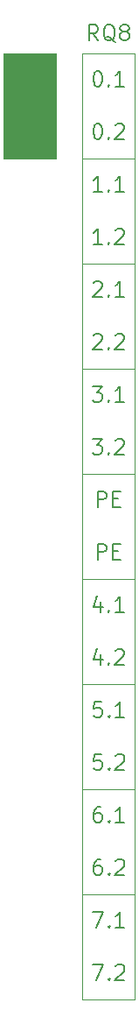
<source format=gbr>
%TF.GenerationSoftware,KiCad,Pcbnew,8.0.4-8.0.4-0~ubuntu22.04.1*%
%TF.CreationDate,2024-08-10T22:35:36+03:00*%
%TF.ProjectId,PM-RQ8-front,504d2d52-5138-42d6-9672-6f6e742e6b69,rev?*%
%TF.SameCoordinates,Original*%
%TF.FileFunction,Legend,Top*%
%TF.FilePolarity,Positive*%
%FSLAX46Y46*%
G04 Gerber Fmt 4.6, Leading zero omitted, Abs format (unit mm)*
G04 Created by KiCad (PCBNEW 8.0.4-8.0.4-0~ubuntu22.04.1) date 2024-08-10 22:35:36*
%MOMM*%
%LPD*%
G01*
G04 APERTURE LIST*
%ADD10C,0.100000*%
%ADD11C,0.200000*%
%ADD12O,1.700000X1.700000*%
%ADD13R,1.700000X1.700000*%
G04 APERTURE END LIST*
D10*
X68580000Y-54610000D02*
X73660000Y-54610000D01*
X68552762Y-64770000D02*
X73632762Y-64770000D01*
X68580000Y-105410000D02*
X73660000Y-105410000D01*
X60960000Y-54610000D02*
X66040000Y-54610000D01*
X66040000Y-64770000D01*
X60960000Y-64770000D01*
X60960000Y-54610000D01*
G36*
X60960000Y-54610000D02*
G01*
X66040000Y-54610000D01*
X66040000Y-64770000D01*
X60960000Y-64770000D01*
X60960000Y-54610000D01*
G37*
X68580000Y-135890000D02*
X73660000Y-135890000D01*
X68580000Y-115570000D02*
X73660000Y-115570000D01*
X68580000Y-146050000D02*
X73660000Y-146050000D01*
X68580000Y-85090000D02*
X73660000Y-85090000D01*
X68580000Y-95250000D02*
X73660000Y-95250000D01*
X68580000Y-125730000D02*
X73660000Y-125730000D01*
X68580000Y-54610000D02*
X68580000Y-146050000D01*
X68580000Y-74930000D02*
X73660000Y-74930000D01*
X73660000Y-146050000D02*
X73660000Y-54610000D01*
D11*
X70477143Y-67993528D02*
X69620000Y-67993528D01*
X70048571Y-67993528D02*
X70048571Y-66493528D01*
X70048571Y-66493528D02*
X69905714Y-66707814D01*
X69905714Y-66707814D02*
X69762857Y-66850671D01*
X69762857Y-66850671D02*
X69620000Y-66922100D01*
X71119999Y-67850671D02*
X71191428Y-67922100D01*
X71191428Y-67922100D02*
X71119999Y-67993528D01*
X71119999Y-67993528D02*
X71048571Y-67922100D01*
X71048571Y-67922100D02*
X71119999Y-67850671D01*
X71119999Y-67850671D02*
X71119999Y-67993528D01*
X72620000Y-67993528D02*
X71762857Y-67993528D01*
X72191428Y-67993528D02*
X72191428Y-66493528D01*
X72191428Y-66493528D02*
X72048571Y-66707814D01*
X72048571Y-66707814D02*
X71905714Y-66850671D01*
X71905714Y-66850671D02*
X71762857Y-66922100D01*
X70084285Y-53388528D02*
X69584285Y-52674242D01*
X69227142Y-53388528D02*
X69227142Y-51888528D01*
X69227142Y-51888528D02*
X69798571Y-51888528D01*
X69798571Y-51888528D02*
X69941428Y-51959957D01*
X69941428Y-51959957D02*
X70012857Y-52031385D01*
X70012857Y-52031385D02*
X70084285Y-52174242D01*
X70084285Y-52174242D02*
X70084285Y-52388528D01*
X70084285Y-52388528D02*
X70012857Y-52531385D01*
X70012857Y-52531385D02*
X69941428Y-52602814D01*
X69941428Y-52602814D02*
X69798571Y-52674242D01*
X69798571Y-52674242D02*
X69227142Y-52674242D01*
X71727142Y-53531385D02*
X71584285Y-53459957D01*
X71584285Y-53459957D02*
X71441428Y-53317100D01*
X71441428Y-53317100D02*
X71227142Y-53102814D01*
X71227142Y-53102814D02*
X71084285Y-53031385D01*
X71084285Y-53031385D02*
X70941428Y-53031385D01*
X71012857Y-53388528D02*
X70870000Y-53317100D01*
X70870000Y-53317100D02*
X70727142Y-53174242D01*
X70727142Y-53174242D02*
X70655714Y-52888528D01*
X70655714Y-52888528D02*
X70655714Y-52388528D01*
X70655714Y-52388528D02*
X70727142Y-52102814D01*
X70727142Y-52102814D02*
X70870000Y-51959957D01*
X70870000Y-51959957D02*
X71012857Y-51888528D01*
X71012857Y-51888528D02*
X71298571Y-51888528D01*
X71298571Y-51888528D02*
X71441428Y-51959957D01*
X71441428Y-51959957D02*
X71584285Y-52102814D01*
X71584285Y-52102814D02*
X71655714Y-52388528D01*
X71655714Y-52388528D02*
X71655714Y-52888528D01*
X71655714Y-52888528D02*
X71584285Y-53174242D01*
X71584285Y-53174242D02*
X71441428Y-53317100D01*
X71441428Y-53317100D02*
X71298571Y-53388528D01*
X71298571Y-53388528D02*
X71012857Y-53388528D01*
X72512857Y-52531385D02*
X72370000Y-52459957D01*
X72370000Y-52459957D02*
X72298571Y-52388528D01*
X72298571Y-52388528D02*
X72227143Y-52245671D01*
X72227143Y-52245671D02*
X72227143Y-52174242D01*
X72227143Y-52174242D02*
X72298571Y-52031385D01*
X72298571Y-52031385D02*
X72370000Y-51959957D01*
X72370000Y-51959957D02*
X72512857Y-51888528D01*
X72512857Y-51888528D02*
X72798571Y-51888528D01*
X72798571Y-51888528D02*
X72941429Y-51959957D01*
X72941429Y-51959957D02*
X73012857Y-52031385D01*
X73012857Y-52031385D02*
X73084286Y-52174242D01*
X73084286Y-52174242D02*
X73084286Y-52245671D01*
X73084286Y-52245671D02*
X73012857Y-52388528D01*
X73012857Y-52388528D02*
X72941429Y-52459957D01*
X72941429Y-52459957D02*
X72798571Y-52531385D01*
X72798571Y-52531385D02*
X72512857Y-52531385D01*
X72512857Y-52531385D02*
X72370000Y-52602814D01*
X72370000Y-52602814D02*
X72298571Y-52674242D01*
X72298571Y-52674242D02*
X72227143Y-52817100D01*
X72227143Y-52817100D02*
X72227143Y-53102814D01*
X72227143Y-53102814D02*
X72298571Y-53245671D01*
X72298571Y-53245671D02*
X72370000Y-53317100D01*
X72370000Y-53317100D02*
X72512857Y-53388528D01*
X72512857Y-53388528D02*
X72798571Y-53388528D01*
X72798571Y-53388528D02*
X72941429Y-53317100D01*
X72941429Y-53317100D02*
X73012857Y-53245671D01*
X73012857Y-53245671D02*
X73084286Y-53102814D01*
X73084286Y-53102814D02*
X73084286Y-52817100D01*
X73084286Y-52817100D02*
X73012857Y-52674242D01*
X73012857Y-52674242D02*
X72941429Y-52602814D01*
X72941429Y-52602814D02*
X72798571Y-52531385D01*
X69548571Y-86813528D02*
X70477143Y-86813528D01*
X70477143Y-86813528D02*
X69977143Y-87384957D01*
X69977143Y-87384957D02*
X70191428Y-87384957D01*
X70191428Y-87384957D02*
X70334286Y-87456385D01*
X70334286Y-87456385D02*
X70405714Y-87527814D01*
X70405714Y-87527814D02*
X70477143Y-87670671D01*
X70477143Y-87670671D02*
X70477143Y-88027814D01*
X70477143Y-88027814D02*
X70405714Y-88170671D01*
X70405714Y-88170671D02*
X70334286Y-88242100D01*
X70334286Y-88242100D02*
X70191428Y-88313528D01*
X70191428Y-88313528D02*
X69762857Y-88313528D01*
X69762857Y-88313528D02*
X69620000Y-88242100D01*
X69620000Y-88242100D02*
X69548571Y-88170671D01*
X71119999Y-88170671D02*
X71191428Y-88242100D01*
X71191428Y-88242100D02*
X71119999Y-88313528D01*
X71119999Y-88313528D02*
X71048571Y-88242100D01*
X71048571Y-88242100D02*
X71119999Y-88170671D01*
X71119999Y-88170671D02*
X71119999Y-88313528D01*
X72620000Y-88313528D02*
X71762857Y-88313528D01*
X72191428Y-88313528D02*
X72191428Y-86813528D01*
X72191428Y-86813528D02*
X72048571Y-87027814D01*
X72048571Y-87027814D02*
X71905714Y-87170671D01*
X71905714Y-87170671D02*
X71762857Y-87242100D01*
X69620000Y-81876385D02*
X69691428Y-81804957D01*
X69691428Y-81804957D02*
X69834286Y-81733528D01*
X69834286Y-81733528D02*
X70191428Y-81733528D01*
X70191428Y-81733528D02*
X70334286Y-81804957D01*
X70334286Y-81804957D02*
X70405714Y-81876385D01*
X70405714Y-81876385D02*
X70477143Y-82019242D01*
X70477143Y-82019242D02*
X70477143Y-82162100D01*
X70477143Y-82162100D02*
X70405714Y-82376385D01*
X70405714Y-82376385D02*
X69548571Y-83233528D01*
X69548571Y-83233528D02*
X70477143Y-83233528D01*
X71119999Y-83090671D02*
X71191428Y-83162100D01*
X71191428Y-83162100D02*
X71119999Y-83233528D01*
X71119999Y-83233528D02*
X71048571Y-83162100D01*
X71048571Y-83162100D02*
X71119999Y-83090671D01*
X71119999Y-83090671D02*
X71119999Y-83233528D01*
X71762857Y-81876385D02*
X71834285Y-81804957D01*
X71834285Y-81804957D02*
X71977143Y-81733528D01*
X71977143Y-81733528D02*
X72334285Y-81733528D01*
X72334285Y-81733528D02*
X72477143Y-81804957D01*
X72477143Y-81804957D02*
X72548571Y-81876385D01*
X72548571Y-81876385D02*
X72620000Y-82019242D01*
X72620000Y-82019242D02*
X72620000Y-82162100D01*
X72620000Y-82162100D02*
X72548571Y-82376385D01*
X72548571Y-82376385D02*
X71691428Y-83233528D01*
X71691428Y-83233528D02*
X72620000Y-83233528D01*
X69575809Y-137613528D02*
X70575809Y-137613528D01*
X70575809Y-137613528D02*
X69932952Y-139113528D01*
X71147237Y-138970671D02*
X71218666Y-139042100D01*
X71218666Y-139042100D02*
X71147237Y-139113528D01*
X71147237Y-139113528D02*
X71075809Y-139042100D01*
X71075809Y-139042100D02*
X71147237Y-138970671D01*
X71147237Y-138970671D02*
X71147237Y-139113528D01*
X72647238Y-139113528D02*
X71790095Y-139113528D01*
X72218666Y-139113528D02*
X72218666Y-137613528D01*
X72218666Y-137613528D02*
X72075809Y-137827814D01*
X72075809Y-137827814D02*
X71932952Y-137970671D01*
X71932952Y-137970671D02*
X71790095Y-138042100D01*
X70048571Y-98473528D02*
X70048571Y-96973528D01*
X70048571Y-96973528D02*
X70620000Y-96973528D01*
X70620000Y-96973528D02*
X70762857Y-97044957D01*
X70762857Y-97044957D02*
X70834286Y-97116385D01*
X70834286Y-97116385D02*
X70905714Y-97259242D01*
X70905714Y-97259242D02*
X70905714Y-97473528D01*
X70905714Y-97473528D02*
X70834286Y-97616385D01*
X70834286Y-97616385D02*
X70762857Y-97687814D01*
X70762857Y-97687814D02*
X70620000Y-97759242D01*
X70620000Y-97759242D02*
X70048571Y-97759242D01*
X71548571Y-97687814D02*
X72048571Y-97687814D01*
X72262857Y-98473528D02*
X71548571Y-98473528D01*
X71548571Y-98473528D02*
X71548571Y-96973528D01*
X71548571Y-96973528D02*
X72262857Y-96973528D01*
X70361524Y-127453528D02*
X70075809Y-127453528D01*
X70075809Y-127453528D02*
X69932952Y-127524957D01*
X69932952Y-127524957D02*
X69861524Y-127596385D01*
X69861524Y-127596385D02*
X69718666Y-127810671D01*
X69718666Y-127810671D02*
X69647238Y-128096385D01*
X69647238Y-128096385D02*
X69647238Y-128667814D01*
X69647238Y-128667814D02*
X69718666Y-128810671D01*
X69718666Y-128810671D02*
X69790095Y-128882100D01*
X69790095Y-128882100D02*
X69932952Y-128953528D01*
X69932952Y-128953528D02*
X70218666Y-128953528D01*
X70218666Y-128953528D02*
X70361524Y-128882100D01*
X70361524Y-128882100D02*
X70432952Y-128810671D01*
X70432952Y-128810671D02*
X70504381Y-128667814D01*
X70504381Y-128667814D02*
X70504381Y-128310671D01*
X70504381Y-128310671D02*
X70432952Y-128167814D01*
X70432952Y-128167814D02*
X70361524Y-128096385D01*
X70361524Y-128096385D02*
X70218666Y-128024957D01*
X70218666Y-128024957D02*
X69932952Y-128024957D01*
X69932952Y-128024957D02*
X69790095Y-128096385D01*
X69790095Y-128096385D02*
X69718666Y-128167814D01*
X69718666Y-128167814D02*
X69647238Y-128310671D01*
X71147237Y-128810671D02*
X71218666Y-128882100D01*
X71218666Y-128882100D02*
X71147237Y-128953528D01*
X71147237Y-128953528D02*
X71075809Y-128882100D01*
X71075809Y-128882100D02*
X71147237Y-128810671D01*
X71147237Y-128810671D02*
X71147237Y-128953528D01*
X72647238Y-128953528D02*
X71790095Y-128953528D01*
X72218666Y-128953528D02*
X72218666Y-127453528D01*
X72218666Y-127453528D02*
X72075809Y-127667814D01*
X72075809Y-127667814D02*
X71932952Y-127810671D01*
X71932952Y-127810671D02*
X71790095Y-127882100D01*
X70334286Y-107633528D02*
X70334286Y-108633528D01*
X69977143Y-107062100D02*
X69620000Y-108133528D01*
X69620000Y-108133528D02*
X70548571Y-108133528D01*
X71119999Y-108490671D02*
X71191428Y-108562100D01*
X71191428Y-108562100D02*
X71119999Y-108633528D01*
X71119999Y-108633528D02*
X71048571Y-108562100D01*
X71048571Y-108562100D02*
X71119999Y-108490671D01*
X71119999Y-108490671D02*
X71119999Y-108633528D01*
X72620000Y-108633528D02*
X71762857Y-108633528D01*
X72191428Y-108633528D02*
X72191428Y-107133528D01*
X72191428Y-107133528D02*
X72048571Y-107347814D01*
X72048571Y-107347814D02*
X71905714Y-107490671D01*
X71905714Y-107490671D02*
X71762857Y-107562100D01*
X70334286Y-112713528D02*
X70334286Y-113713528D01*
X69977143Y-112142100D02*
X69620000Y-113213528D01*
X69620000Y-113213528D02*
X70548571Y-113213528D01*
X71119999Y-113570671D02*
X71191428Y-113642100D01*
X71191428Y-113642100D02*
X71119999Y-113713528D01*
X71119999Y-113713528D02*
X71048571Y-113642100D01*
X71048571Y-113642100D02*
X71119999Y-113570671D01*
X71119999Y-113570671D02*
X71119999Y-113713528D01*
X71762857Y-112356385D02*
X71834285Y-112284957D01*
X71834285Y-112284957D02*
X71977143Y-112213528D01*
X71977143Y-112213528D02*
X72334285Y-112213528D01*
X72334285Y-112213528D02*
X72477143Y-112284957D01*
X72477143Y-112284957D02*
X72548571Y-112356385D01*
X72548571Y-112356385D02*
X72620000Y-112499242D01*
X72620000Y-112499242D02*
X72620000Y-112642100D01*
X72620000Y-112642100D02*
X72548571Y-112856385D01*
X72548571Y-112856385D02*
X71691428Y-113713528D01*
X71691428Y-113713528D02*
X72620000Y-113713528D01*
X69575809Y-142693528D02*
X70575809Y-142693528D01*
X70575809Y-142693528D02*
X69932952Y-144193528D01*
X71147237Y-144050671D02*
X71218666Y-144122100D01*
X71218666Y-144122100D02*
X71147237Y-144193528D01*
X71147237Y-144193528D02*
X71075809Y-144122100D01*
X71075809Y-144122100D02*
X71147237Y-144050671D01*
X71147237Y-144050671D02*
X71147237Y-144193528D01*
X71790095Y-142836385D02*
X71861523Y-142764957D01*
X71861523Y-142764957D02*
X72004381Y-142693528D01*
X72004381Y-142693528D02*
X72361523Y-142693528D01*
X72361523Y-142693528D02*
X72504381Y-142764957D01*
X72504381Y-142764957D02*
X72575809Y-142836385D01*
X72575809Y-142836385D02*
X72647238Y-142979242D01*
X72647238Y-142979242D02*
X72647238Y-143122100D01*
X72647238Y-143122100D02*
X72575809Y-143336385D01*
X72575809Y-143336385D02*
X71718666Y-144193528D01*
X71718666Y-144193528D02*
X72647238Y-144193528D01*
X70477143Y-73073528D02*
X69620000Y-73073528D01*
X70048571Y-73073528D02*
X70048571Y-71573528D01*
X70048571Y-71573528D02*
X69905714Y-71787814D01*
X69905714Y-71787814D02*
X69762857Y-71930671D01*
X69762857Y-71930671D02*
X69620000Y-72002100D01*
X71119999Y-72930671D02*
X71191428Y-73002100D01*
X71191428Y-73002100D02*
X71119999Y-73073528D01*
X71119999Y-73073528D02*
X71048571Y-73002100D01*
X71048571Y-73002100D02*
X71119999Y-72930671D01*
X71119999Y-72930671D02*
X71119999Y-73073528D01*
X71762857Y-71716385D02*
X71834285Y-71644957D01*
X71834285Y-71644957D02*
X71977143Y-71573528D01*
X71977143Y-71573528D02*
X72334285Y-71573528D01*
X72334285Y-71573528D02*
X72477143Y-71644957D01*
X72477143Y-71644957D02*
X72548571Y-71716385D01*
X72548571Y-71716385D02*
X72620000Y-71859242D01*
X72620000Y-71859242D02*
X72620000Y-72002100D01*
X72620000Y-72002100D02*
X72548571Y-72216385D01*
X72548571Y-72216385D02*
X71691428Y-73073528D01*
X71691428Y-73073528D02*
X72620000Y-73073528D01*
X69620000Y-76796385D02*
X69691428Y-76724957D01*
X69691428Y-76724957D02*
X69834286Y-76653528D01*
X69834286Y-76653528D02*
X70191428Y-76653528D01*
X70191428Y-76653528D02*
X70334286Y-76724957D01*
X70334286Y-76724957D02*
X70405714Y-76796385D01*
X70405714Y-76796385D02*
X70477143Y-76939242D01*
X70477143Y-76939242D02*
X70477143Y-77082100D01*
X70477143Y-77082100D02*
X70405714Y-77296385D01*
X70405714Y-77296385D02*
X69548571Y-78153528D01*
X69548571Y-78153528D02*
X70477143Y-78153528D01*
X71119999Y-78010671D02*
X71191428Y-78082100D01*
X71191428Y-78082100D02*
X71119999Y-78153528D01*
X71119999Y-78153528D02*
X71048571Y-78082100D01*
X71048571Y-78082100D02*
X71119999Y-78010671D01*
X71119999Y-78010671D02*
X71119999Y-78153528D01*
X72620000Y-78153528D02*
X71762857Y-78153528D01*
X72191428Y-78153528D02*
X72191428Y-76653528D01*
X72191428Y-76653528D02*
X72048571Y-76867814D01*
X72048571Y-76867814D02*
X71905714Y-77010671D01*
X71905714Y-77010671D02*
X71762857Y-77082100D01*
X70361524Y-132533528D02*
X70075809Y-132533528D01*
X70075809Y-132533528D02*
X69932952Y-132604957D01*
X69932952Y-132604957D02*
X69861524Y-132676385D01*
X69861524Y-132676385D02*
X69718666Y-132890671D01*
X69718666Y-132890671D02*
X69647238Y-133176385D01*
X69647238Y-133176385D02*
X69647238Y-133747814D01*
X69647238Y-133747814D02*
X69718666Y-133890671D01*
X69718666Y-133890671D02*
X69790095Y-133962100D01*
X69790095Y-133962100D02*
X69932952Y-134033528D01*
X69932952Y-134033528D02*
X70218666Y-134033528D01*
X70218666Y-134033528D02*
X70361524Y-133962100D01*
X70361524Y-133962100D02*
X70432952Y-133890671D01*
X70432952Y-133890671D02*
X70504381Y-133747814D01*
X70504381Y-133747814D02*
X70504381Y-133390671D01*
X70504381Y-133390671D02*
X70432952Y-133247814D01*
X70432952Y-133247814D02*
X70361524Y-133176385D01*
X70361524Y-133176385D02*
X70218666Y-133104957D01*
X70218666Y-133104957D02*
X69932952Y-133104957D01*
X69932952Y-133104957D02*
X69790095Y-133176385D01*
X69790095Y-133176385D02*
X69718666Y-133247814D01*
X69718666Y-133247814D02*
X69647238Y-133390671D01*
X71147237Y-133890671D02*
X71218666Y-133962100D01*
X71218666Y-133962100D02*
X71147237Y-134033528D01*
X71147237Y-134033528D02*
X71075809Y-133962100D01*
X71075809Y-133962100D02*
X71147237Y-133890671D01*
X71147237Y-133890671D02*
X71147237Y-134033528D01*
X71790095Y-132676385D02*
X71861523Y-132604957D01*
X71861523Y-132604957D02*
X72004381Y-132533528D01*
X72004381Y-132533528D02*
X72361523Y-132533528D01*
X72361523Y-132533528D02*
X72504381Y-132604957D01*
X72504381Y-132604957D02*
X72575809Y-132676385D01*
X72575809Y-132676385D02*
X72647238Y-132819242D01*
X72647238Y-132819242D02*
X72647238Y-132962100D01*
X72647238Y-132962100D02*
X72575809Y-133176385D01*
X72575809Y-133176385D02*
X71718666Y-134033528D01*
X71718666Y-134033528D02*
X72647238Y-134033528D01*
X70432952Y-117293528D02*
X69718666Y-117293528D01*
X69718666Y-117293528D02*
X69647238Y-118007814D01*
X69647238Y-118007814D02*
X69718666Y-117936385D01*
X69718666Y-117936385D02*
X69861524Y-117864957D01*
X69861524Y-117864957D02*
X70218666Y-117864957D01*
X70218666Y-117864957D02*
X70361524Y-117936385D01*
X70361524Y-117936385D02*
X70432952Y-118007814D01*
X70432952Y-118007814D02*
X70504381Y-118150671D01*
X70504381Y-118150671D02*
X70504381Y-118507814D01*
X70504381Y-118507814D02*
X70432952Y-118650671D01*
X70432952Y-118650671D02*
X70361524Y-118722100D01*
X70361524Y-118722100D02*
X70218666Y-118793528D01*
X70218666Y-118793528D02*
X69861524Y-118793528D01*
X69861524Y-118793528D02*
X69718666Y-118722100D01*
X69718666Y-118722100D02*
X69647238Y-118650671D01*
X71147237Y-118650671D02*
X71218666Y-118722100D01*
X71218666Y-118722100D02*
X71147237Y-118793528D01*
X71147237Y-118793528D02*
X71075809Y-118722100D01*
X71075809Y-118722100D02*
X71147237Y-118650671D01*
X71147237Y-118650671D02*
X71147237Y-118793528D01*
X72647238Y-118793528D02*
X71790095Y-118793528D01*
X72218666Y-118793528D02*
X72218666Y-117293528D01*
X72218666Y-117293528D02*
X72075809Y-117507814D01*
X72075809Y-117507814D02*
X71932952Y-117650671D01*
X71932952Y-117650671D02*
X71790095Y-117722100D01*
X69977143Y-61413528D02*
X70120000Y-61413528D01*
X70120000Y-61413528D02*
X70262857Y-61484957D01*
X70262857Y-61484957D02*
X70334286Y-61556385D01*
X70334286Y-61556385D02*
X70405714Y-61699242D01*
X70405714Y-61699242D02*
X70477143Y-61984957D01*
X70477143Y-61984957D02*
X70477143Y-62342100D01*
X70477143Y-62342100D02*
X70405714Y-62627814D01*
X70405714Y-62627814D02*
X70334286Y-62770671D01*
X70334286Y-62770671D02*
X70262857Y-62842100D01*
X70262857Y-62842100D02*
X70120000Y-62913528D01*
X70120000Y-62913528D02*
X69977143Y-62913528D01*
X69977143Y-62913528D02*
X69834286Y-62842100D01*
X69834286Y-62842100D02*
X69762857Y-62770671D01*
X69762857Y-62770671D02*
X69691428Y-62627814D01*
X69691428Y-62627814D02*
X69620000Y-62342100D01*
X69620000Y-62342100D02*
X69620000Y-61984957D01*
X69620000Y-61984957D02*
X69691428Y-61699242D01*
X69691428Y-61699242D02*
X69762857Y-61556385D01*
X69762857Y-61556385D02*
X69834286Y-61484957D01*
X69834286Y-61484957D02*
X69977143Y-61413528D01*
X71119999Y-62770671D02*
X71191428Y-62842100D01*
X71191428Y-62842100D02*
X71119999Y-62913528D01*
X71119999Y-62913528D02*
X71048571Y-62842100D01*
X71048571Y-62842100D02*
X71119999Y-62770671D01*
X71119999Y-62770671D02*
X71119999Y-62913528D01*
X71762857Y-61556385D02*
X71834285Y-61484957D01*
X71834285Y-61484957D02*
X71977143Y-61413528D01*
X71977143Y-61413528D02*
X72334285Y-61413528D01*
X72334285Y-61413528D02*
X72477143Y-61484957D01*
X72477143Y-61484957D02*
X72548571Y-61556385D01*
X72548571Y-61556385D02*
X72620000Y-61699242D01*
X72620000Y-61699242D02*
X72620000Y-61842100D01*
X72620000Y-61842100D02*
X72548571Y-62056385D01*
X72548571Y-62056385D02*
X71691428Y-62913528D01*
X71691428Y-62913528D02*
X72620000Y-62913528D01*
X70432952Y-122373528D02*
X69718666Y-122373528D01*
X69718666Y-122373528D02*
X69647238Y-123087814D01*
X69647238Y-123087814D02*
X69718666Y-123016385D01*
X69718666Y-123016385D02*
X69861524Y-122944957D01*
X69861524Y-122944957D02*
X70218666Y-122944957D01*
X70218666Y-122944957D02*
X70361524Y-123016385D01*
X70361524Y-123016385D02*
X70432952Y-123087814D01*
X70432952Y-123087814D02*
X70504381Y-123230671D01*
X70504381Y-123230671D02*
X70504381Y-123587814D01*
X70504381Y-123587814D02*
X70432952Y-123730671D01*
X70432952Y-123730671D02*
X70361524Y-123802100D01*
X70361524Y-123802100D02*
X70218666Y-123873528D01*
X70218666Y-123873528D02*
X69861524Y-123873528D01*
X69861524Y-123873528D02*
X69718666Y-123802100D01*
X69718666Y-123802100D02*
X69647238Y-123730671D01*
X71147237Y-123730671D02*
X71218666Y-123802100D01*
X71218666Y-123802100D02*
X71147237Y-123873528D01*
X71147237Y-123873528D02*
X71075809Y-123802100D01*
X71075809Y-123802100D02*
X71147237Y-123730671D01*
X71147237Y-123730671D02*
X71147237Y-123873528D01*
X71790095Y-122516385D02*
X71861523Y-122444957D01*
X71861523Y-122444957D02*
X72004381Y-122373528D01*
X72004381Y-122373528D02*
X72361523Y-122373528D01*
X72361523Y-122373528D02*
X72504381Y-122444957D01*
X72504381Y-122444957D02*
X72575809Y-122516385D01*
X72575809Y-122516385D02*
X72647238Y-122659242D01*
X72647238Y-122659242D02*
X72647238Y-122802100D01*
X72647238Y-122802100D02*
X72575809Y-123016385D01*
X72575809Y-123016385D02*
X71718666Y-123873528D01*
X71718666Y-123873528D02*
X72647238Y-123873528D01*
X70048571Y-103553528D02*
X70048571Y-102053528D01*
X70048571Y-102053528D02*
X70620000Y-102053528D01*
X70620000Y-102053528D02*
X70762857Y-102124957D01*
X70762857Y-102124957D02*
X70834286Y-102196385D01*
X70834286Y-102196385D02*
X70905714Y-102339242D01*
X70905714Y-102339242D02*
X70905714Y-102553528D01*
X70905714Y-102553528D02*
X70834286Y-102696385D01*
X70834286Y-102696385D02*
X70762857Y-102767814D01*
X70762857Y-102767814D02*
X70620000Y-102839242D01*
X70620000Y-102839242D02*
X70048571Y-102839242D01*
X71548571Y-102767814D02*
X72048571Y-102767814D01*
X72262857Y-103553528D02*
X71548571Y-103553528D01*
X71548571Y-103553528D02*
X71548571Y-102053528D01*
X71548571Y-102053528D02*
X72262857Y-102053528D01*
X69977143Y-56333528D02*
X70120000Y-56333528D01*
X70120000Y-56333528D02*
X70262857Y-56404957D01*
X70262857Y-56404957D02*
X70334286Y-56476385D01*
X70334286Y-56476385D02*
X70405714Y-56619242D01*
X70405714Y-56619242D02*
X70477143Y-56904957D01*
X70477143Y-56904957D02*
X70477143Y-57262100D01*
X70477143Y-57262100D02*
X70405714Y-57547814D01*
X70405714Y-57547814D02*
X70334286Y-57690671D01*
X70334286Y-57690671D02*
X70262857Y-57762100D01*
X70262857Y-57762100D02*
X70120000Y-57833528D01*
X70120000Y-57833528D02*
X69977143Y-57833528D01*
X69977143Y-57833528D02*
X69834286Y-57762100D01*
X69834286Y-57762100D02*
X69762857Y-57690671D01*
X69762857Y-57690671D02*
X69691428Y-57547814D01*
X69691428Y-57547814D02*
X69620000Y-57262100D01*
X69620000Y-57262100D02*
X69620000Y-56904957D01*
X69620000Y-56904957D02*
X69691428Y-56619242D01*
X69691428Y-56619242D02*
X69762857Y-56476385D01*
X69762857Y-56476385D02*
X69834286Y-56404957D01*
X69834286Y-56404957D02*
X69977143Y-56333528D01*
X71119999Y-57690671D02*
X71191428Y-57762100D01*
X71191428Y-57762100D02*
X71119999Y-57833528D01*
X71119999Y-57833528D02*
X71048571Y-57762100D01*
X71048571Y-57762100D02*
X71119999Y-57690671D01*
X71119999Y-57690671D02*
X71119999Y-57833528D01*
X72620000Y-57833528D02*
X71762857Y-57833528D01*
X72191428Y-57833528D02*
X72191428Y-56333528D01*
X72191428Y-56333528D02*
X72048571Y-56547814D01*
X72048571Y-56547814D02*
X71905714Y-56690671D01*
X71905714Y-56690671D02*
X71762857Y-56762100D01*
X69548571Y-91893528D02*
X70477143Y-91893528D01*
X70477143Y-91893528D02*
X69977143Y-92464957D01*
X69977143Y-92464957D02*
X70191428Y-92464957D01*
X70191428Y-92464957D02*
X70334286Y-92536385D01*
X70334286Y-92536385D02*
X70405714Y-92607814D01*
X70405714Y-92607814D02*
X70477143Y-92750671D01*
X70477143Y-92750671D02*
X70477143Y-93107814D01*
X70477143Y-93107814D02*
X70405714Y-93250671D01*
X70405714Y-93250671D02*
X70334286Y-93322100D01*
X70334286Y-93322100D02*
X70191428Y-93393528D01*
X70191428Y-93393528D02*
X69762857Y-93393528D01*
X69762857Y-93393528D02*
X69620000Y-93322100D01*
X69620000Y-93322100D02*
X69548571Y-93250671D01*
X71119999Y-93250671D02*
X71191428Y-93322100D01*
X71191428Y-93322100D02*
X71119999Y-93393528D01*
X71119999Y-93393528D02*
X71048571Y-93322100D01*
X71048571Y-93322100D02*
X71119999Y-93250671D01*
X71119999Y-93250671D02*
X71119999Y-93393528D01*
X71762857Y-92036385D02*
X71834285Y-91964957D01*
X71834285Y-91964957D02*
X71977143Y-91893528D01*
X71977143Y-91893528D02*
X72334285Y-91893528D01*
X72334285Y-91893528D02*
X72477143Y-91964957D01*
X72477143Y-91964957D02*
X72548571Y-92036385D01*
X72548571Y-92036385D02*
X72620000Y-92179242D01*
X72620000Y-92179242D02*
X72620000Y-92322100D01*
X72620000Y-92322100D02*
X72548571Y-92536385D01*
X72548571Y-92536385D02*
X71691428Y-93393528D01*
X71691428Y-93393528D02*
X72620000Y-93393528D01*
%LPC*%
D12*
%TO.C,D5*%
X77470000Y-110490000D03*
%TD*%
%TO.C,D4*%
X77470000Y-90170000D03*
%TD*%
%TO.C,D3*%
X77470000Y-80010000D03*
%TD*%
%TO.C,D6*%
X77470000Y-120650000D03*
%TD*%
%TO.C,D1*%
X77470000Y-59690000D03*
%TD*%
%TO.C,D2*%
X77470000Y-69850000D03*
%TD*%
%TO.C,D8*%
X77470000Y-140970000D03*
%TD*%
%TO.C,D7*%
X77470000Y-130810000D03*
%TD*%
D13*
%TO.C,J2*%
X66040000Y-96520000D03*
D12*
X63500000Y-96520000D03*
X66040000Y-99060000D03*
X63500000Y-99060000D03*
X66040000Y-101600000D03*
X63500000Y-101600000D03*
X66040000Y-104140000D03*
X63500000Y-104140000D03*
%TD*%
%LPD*%
M02*

</source>
